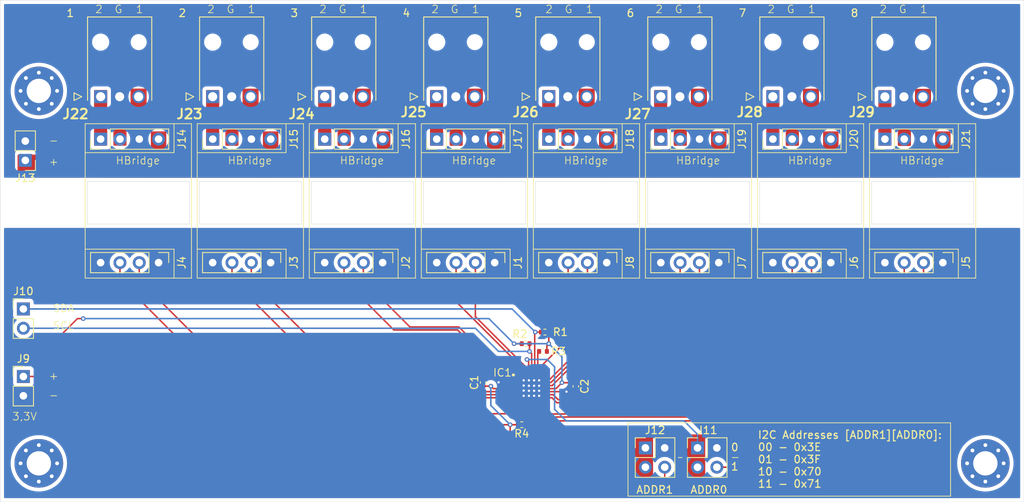
<source format=kicad_pcb>
(kicad_pcb (version 20240108) (generator "pcbnew") (generator_version "8.0")
  (title_block (title "Model Train Control - Main Board") (date "2024-03-17") (rev "2"))
  (layers (0 "F.Cu" signal) (31 "B.Cu" signal) (34 "B.Paste" user) (35 "F.Paste" user) (36 "B.SilkS" user "B.Silkscreen") (37 "F.SilkS" user "F.Silkscreen") (38 "B.Mask" user) (39 "F.Mask" user) (44 "Edge.Cuts" user))
  (net 0 "")
  (net 1 "INT")
  (net 2 "RESET")
  (net 3 "ADDR1")
  (net 4 "ADDR0")
  (net 5 "SDA")
  (net 6 "SCL")
  (net 7 "GNDD")
  (net 8 "IN1")
  (net 9 "IN2")
  (net 10 "IN7")
  (net 11 "VCC")
  (net 12 "IN15")
  (net 13 "IN16")
  (net 14 "IN5")
  (net 15 "IN6")
  (net 16 "IN4")
  (net 17 "IN12")
  (net 18 "IN3")
  (net 19 "IN9")
  (net 20 "IN13")
  (net 21 "IN10")
  (net 22 "IN8")
  (net 23 "IN14")
  (net 24 "IN11")
  (net 25 "PGND")
  (net 26 "PVM")
  (net 27 "OUT2")
  (net 28 "OUT1")
  (net 29 "OUT3")
  (net 30 "OUT4")
  (net 31 "OUT5")
  (net 32 "OUT6")
  (net 33 "OUT8")
  (net 34 "OUT7")
  (net 35 "OUT10")
  (net 36 "OUT9")
  (net 37 "OUT12")
  (net 38 "OUT11")
  (net 39 "OUT13")
  (net 40 "OUT14")
  (net 41 "OUT16")
  (net 42 "OUT15")
  (net 43 "OSCIO")
  (footprint "Connector_PinHeader_2.54mm:PinHeader_1x04_P2.54mm_Vertical" (layer "F.Cu") (at 160.528 70.104 -90)
    (property "Reference" "J7")
    (property "Value" "Conn_01x04" (hide yes))
  )
  (footprint "Capacitor_SMD:C_0402_1005Metric" (layer "F.Cu") (at 141.732 86.388 -90)
    (property "Reference" "C2")
    (property "Value" "0.1uF" (hide yes))
  )
  (footprint "Connector_PinHeader_2.54mm:PinHeader_1x04_P2.54mm_Vertical" (layer "F.Cu") (at 175.26 70.104 -90)
    (property "Reference" "J6")
    (property "Value" "Conn_01x04" (hide yes))
  )
  (footprint "Connector_PinHeader_2.54mm:PinHeader_1x04_P2.54mm_Vertical" (layer "F.Cu") (at 152.918 53.848 90)
    (property "Reference" "J19")
    (property "Value" "Conn_01x04" (hide yes))
  )
  (footprint "library:105313YY03" (layer "F.Cu") (at 123.444 48.26 180)
    (property "Reference" "J25")
    (property "Value" "1053131103" (hide yes))
  )
  (footprint "MountingHole:MountingHole_3.2mm_M3_Pad_Via" (layer "F.Cu") (at 71.12 47.498)
    (property "Reference" "H3" (hide yes))
    (property "Value" "MountingHole" (hide yes))
  )
  (footprint "Connector_PinHeader_2.54mm:PinHeader_1x04_P2.54mm_Vertical" (layer "F.Cu") (at 79.248 53.848 90)
    (property "Reference" "J14")
    (property "Value" "Conn_01x04" (hide yes))
  )
  (footprint "Connector_PinHeader_2.54mm:PinHeader_1x04_P2.54mm_Vertical" (layer "F.Cu") (at 167.64 53.848 90)
    (property "Reference" "J20")
    (property "Value" "Conn_01x04" (hide yes))
  )
  (footprint "library:105313YY03" (layer "F.Cu") (at 138.176 48.26 180)
    (property "Reference" "J26")
    (property "Value" "1053131103" (hide yes))
  )
  (footprint "Connector_PinHeader_2.54mm:PinHeader_2x02_P2.54mm_Vertical" (layer "F.Cu") (at 150.876 94.488)
    (property "Reference" "J12")
    (property "Value" "Conn_02x02_Odd_Even" (hide yes))
  )
  (footprint "Resistor_SMD:R_0402_1005Metric" (layer "F.Cu") (at 137.414 81.788)
    (property "Reference" "R3")
    (property "Value" "10k" (hide yes))
  )
  (footprint "Resistor_SMD:R_0402_1005Metric" (layer "F.Cu") (at 134.62 91.44 180)
    (property "Reference" "R4")
    (property "Value" "10k" (hide yes))
  )
  (footprint "library:105313YY03" (layer "F.Cu") (at 167.64 48.26 180)
    (property "Reference" "J28")
    (property "Value" "1053131103" (hide yes))
  )
  (footprint "Connector_PinHeader_2.54mm:PinHeader_1x02_P2.54mm_Vertical" (layer "F.Cu") (at 69.342 56.642 180)
    (property "Reference" "J13")
    (property "Value" "Conn_01x02" (hide yes))
  )
  (footprint "Connector_PinHeader_2.54mm:PinHeader_1x04_P2.54mm_Vertical" (layer "F.Cu") (at 86.868 70.104 -90)
    (property "Reference" "J4")
    (property "Value" "Conn_01x04" (hide yes))
  )
  (footprint "Connector_PinHeader_2.54mm:PinHeader_2x02_P2.54mm_Vertical" (layer "F.Cu") (at 157.734 94.488)
    (property "Reference" "J11")
    (property "Value" "Conn_02x02_Odd_Even" (hide yes))
  )
  (footprint "library:105313YY03" (layer "F.Cu") (at 93.98 48.26 180)
    (property "Reference" "J23")
    (property "Value" "1053131103" (hide yes))
  )
  (footprint "Capacitor_SMD:C_0402_1005Metric" (layer "F.Cu") (at 129.54 85.88 90)
    (property "Reference" "C1")
    (property "Value" "0.1uF" (hide yes))
  )
  (footprint "MountingHole:MountingHole_3.2mm_M3_Pad_Via" (layer "F.Cu") (at 195.58 96.52)
    (property "Reference" "H2" (hide yes))
    (property "Value" "MountingHole" (hide yes))
  )
  (footprint "library:105313YY03" (layer "F.Cu") (at 108.712 48.26 180)
    (property "Reference" "J24")
    (property "Value" "1053131103" (hide yes))
  )
  (footprint "Connector_PinHeader_2.54mm:PinHeader_1x04_P2.54mm_Vertical" (layer "F.Cu") (at 182.372 53.848 90)
    (property "Reference" "J21")
    (property "Value" "Conn_01x04" (hide yes))
  )
  (footprint "library:QFN40P400X400X60-29N-D" (layer "F.Cu") (at 135.922 86.684)
    (property "Reference" "IC1")
    (property "Value" "SX1509QBIULTRT" (hide yes))
  )
  (footprint "Connector_PinHeader_2.54mm:PinHeader_1x02_P2.54mm_Vertical" (layer "F.Cu") (at 69.088 76.2)
    (property "Reference" "J10")
    (property "Value" "Conn_01x02" (hide yes))
  )
  (footprint "Connector_PinHeader_2.54mm:PinHeader_1x04_P2.54mm_Vertical" (layer "F.Cu") (at 93.99 53.848 90)
    (property "Reference" "J15")
    (property "Value" "Conn_01x04" (hide yes))
  )
  (footprint "Connector_PinHeader_2.54mm:PinHeader_1x04_P2.54mm_Vertical" (layer "F.Cu") (at 123.444 53.848 90)
    (property "Reference" "J17")
    (property "Value" "Conn_01x04" (hide yes))
  )
  (footprint "Connector_PinHeader_2.54mm:PinHeader_1x04_P2.54mm_Vertical" (layer "F.Cu") (at 145.796 70.104 -90)
    (property "Reference" "J8")
    (property "Value" "Conn_01x04" (hide yes))
  )
  (footprint "Connector_PinHeader_2.54mm:PinHeader_1x04_P2.54mm_Vertical" (layer "F.Cu") (at 131.064 70.104 -90)
    (property "Reference" "J1")
    (property "Value" "Conn_01x04" (hide yes))
  )
  (footprint "library:105313YY03" (layer "F.Cu") (at 152.908 48.26 180)
    (property "Reference" "J27")
    (property "Value" "1053131103" (hide yes))
  )
  (footprint "Connector_PinHeader_2.54mm:PinHeader_1x02_P2.54mm_Vertical" (layer "F.Cu") (at 69.088 85.09)
    (property "Reference" "J9")
    (property "Value" "Conn_01x02" (hide yes))
  )
  (footprint "Connector_PinHeader_2.54mm:PinHeader_1x04_P2.54mm_Vertical" (layer "F.Cu") (at 101.6 70.104 -90)
    (property "Reference" "J3")
    (property "Value" "Conn_01x04" (hide yes))
  )
  (footprint "Connector_PinHeader_2.54mm:PinHeader_1x04_P2.54mm_Vertical" (layer "F.Cu") (at 138.186 53.848 90)
    (property "Reference" "J18")
    (property "Value" "Conn_01x04" (hide yes))
  )
  (footprint "library:105313YY03" (layer "F.Cu") (at 79.248 48.26 180)
    (property "Reference" "J22")
    (property "Value" "1053131103" (hide yes))
  )
  (footprint "Resistor_SMD:R_0402_1005Metric" (layer "F.Cu") (at 137.668 79.248)
    (property "Reference" "R1")
    (property "Value" "10k" (hide yes))
  )
  (footprint "library:105313YY03" (layer "F.Cu") (at 182.372 48.2794 180)
    (property "Reference" "J29")
    (property "Value" "1053131103" (hide yes))
  )
  (footprint "Connector_PinHeader_2.54mm:PinHeader_1x04_P2.54mm_Vertical" (layer "F.Cu") (at 108.712 53.848 90)
    (property "Reference" "J16")
    (property "Value" "Conn_01x04" (hide yes))
  )
  (footprint "Connector_PinHeader_2.54mm:PinHeader_1x04_P2.54mm_Vertical" (layer "F.Cu") (at 116.332 70.104 -90)
    (property "Reference" "J2")
    (property "Value" "Conn_01x04" (hide yes))
  )
  (footprint "MountingHole:MountingHole_3.2mm_M3_Pad_Via" (layer "F.Cu") (at 71.12 96.52)
    (property "Reference" "H1" (hide yes))
    (property "Value" "MountingHole" (hide yes))
  )
  (footprint "Connector_PinHeader_2.54mm:PinHeader_1x04_P2.54mm_Vertical" (layer "F.Cu") (at 189.992 70.104 -90)
    (property "Reference" "J5")
    (property "Value" "Conn_01x04" (hide yes))
  )
  (footprint "Resistor_SMD:R_0402_1005Metric" (layer "F.Cu") (at 135.128 80.772)
    (property "Reference" "R2")
    (property "Value" "10k" (hide yes))
  )
  (footprint "MountingHole:MountingHole_3.2mm_M3_Pad_Via" (layer "F.Cu") (at 195.58 47.498)
    (property "Reference" "H4" (hide yes))
    (property "Value" "MountingHole" (hide yes))
  )
  (gr_line (start 77.216 72.136) (end 91.186 72.136) (stroke (width 0.1)) (layer "F.SilkS"))
  (gr_line (start 133.096 68.326) (end 133.096 72.136) (stroke (width 0.1)) (layer "F.SilkS"))
  (gr_line (start 192.024 51.816) (end 192.024 55.626) (stroke (width 0.1)) (layer "F.SilkS"))
  (gr_line (start 135.382 72.136) (end 135.382 51.816) (stroke (width 0.1)) (layer "F.SilkS"))
  (gr_line (start 118.364 68.326) (end 118.364 72.136) (stroke (width 0.1)) (layer "F.SilkS"))
  (gr_line (start 164.846 51.816) (end 150.876 51.816) (stroke (width 0.1)) (layer "F.SilkS"))
  (gr_line (start 192.024 68.326) (end 180.34 68.326) (stroke (width 0.1)) (layer "F.SilkS"))
  (gr_line (start 91.948 72.136) (end 105.918 72.136) (stroke (width 0.1)) (layer "F.SilkS"))
  (gr_line (start 103.632 55.626) (end 91.948 55.626) (stroke (width 0.1)) (layer "F.SilkS"))
  (gr_line (start 165.608 72.136) (end 179.578 72.136) (stroke (width 0.1)) (layer "F.SilkS"))
  (gr_line (start 147.828 68.326) (end 147.828 72.136) (stroke (width 0.1)) (layer "F.SilkS"))
  (gr_line (start 194.31 51.816) (end 180.34 51.816) (stroke (width 0.1)) (layer "F.SilkS"))
  (gr_line (start 162.306 95.758) (end 163.068 95.758) (stroke (width 0.1)) (layer "F.SilkS"))
  (gr_line (start 162.56 68.326) (end 150.876 68.326) (stroke (width 0.1)) (layer "F.SilkS"))
  (gr_line (start 133.096 51.816) (end 133.096 55.626) (stroke (width 0.1)) (layer "F.SilkS"))
  (gr_line (start 103.632 68.326) (end 103.632 72.136) (stroke (width 0.1)) (layer "F.SilkS"))
  (gr_line (start 120.65 72.136) (end 120.65 51.816) (stroke (width 0.1)) (layer "F.SilkS"))
  (gr_line (start 147.828 51.816) (end 147.828 55.626) (stroke (width 0.1)) (layer "F.SilkS"))
  (gr_line (start 164.846 72.136) (end 164.846 51.816) (stroke (width 0.1)) (layer "F.SilkS"))
  (gr_line (start 136.144 72.136) (end 150.114 72.136) (stroke (width 0.1)) (layer "F.SilkS"))
  (gr_line (start 177.292 68.326) (end 177.292 72.136) (stroke (width 0.1)) (layer "F.SilkS"))
  (gr_line (start 155.194 95.758) (end 155.702 95.758) (stroke (width 0.1)) (layer "F.SilkS"))
  (gr_line (start 106.68 51.816) (end 106.68 72.136) (stroke (width 0.1)) (layer "F.SilkS"))
  (gr_line (start 192.024 68.326) (end 192.024 72.136) (stroke (width 0.1)) (layer "F.SilkS"))
  (gr_line (start 118.364 55.626) (end 106.68 55.626) (stroke (width 0.1)) (layer "F.SilkS"))
  (gr_line (start 162.56 55.626) (end 150.876 55.626) (stroke (width 0.1)) (layer "F.SilkS"))
  (gr_line (start 150.114 51.816) (end 136.144 51.816) (stroke (width 0.1)) (layer "F.SilkS"))
  (gr_line (start 150.114 72.136) (end 150.114 51.816) (stroke (width 0.1)) (layer "F.SilkS"))
  (gr_line (start 180.34 72.136) (end 194.31 72.136) (stroke (width 0.1)) (layer "F.SilkS"))
  (gr_line (start 103.632 68.326) (end 91.948 68.326) (stroke (width 0.1)) (layer "F.SilkS"))
  (gr_line (start 147.828 68.326) (end 136.144 68.326) (stroke (width 0.1)) (layer "F.SilkS"))
  (gr_line (start 88.9 68.326) (end 77.216 68.326) (stroke (width 0.1)) (layer "F.SilkS"))
  (gr_line (start 133.096 68.326) (end 121.412 68.326) (stroke (width 0.1)) (layer "F.SilkS"))
  (gr_line (start 177.292 68.326) (end 165.608 68.326) (stroke (width 0.1)) (layer "F.SilkS"))
  (gr_line (start 91.186 51.816) (end 77.216 51.816) (stroke (width 0.1)) (layer "F.SilkS"))
  (gr_line (start 135.382 51.816) (end 121.412 51.816) (stroke (width 0.1)) (layer "F.SilkS"))
  (gr_line (start 91.186 72.136) (end 91.186 51.816) (stroke (width 0.1)) (layer "F.SilkS"))
  (gr_line (start 88.9 68.326) (end 88.9 72.136) (stroke (width 0.1)) (layer "F.SilkS"))
  (gr_line (start 179.578 51.816) (end 165.608 51.816) (stroke (width 0.1)) (layer "F.SilkS"))
  (gr_line (start 194.31 72.136) (end 194.31 51.816) (stroke (width 0.1)) (layer "F.SilkS"))
  (gr_rect (start 148.59 91.186) (end 191.008 100.838) (stroke (width 0.1)) (fill none) (layer "F.SilkS"))
  (gr_line (start 177.292 51.816) (end 177.292 55.626) (stroke (width 0.1)) (layer "F.SilkS"))
  (gr_line (start 105.918 72.136) (end 105.918 51.816) (stroke (width 0.1)) (layer "F.SilkS"))
  (gr_line (start 121.412 51.816) (end 121.412 72.136) (stroke (width 0.1)) (layer "F.SilkS"))
  (gr_line (start 120.65 51.816) (end 106.68 51.816) (stroke (width 0.1)) (layer "F.SilkS"))
  (gr_line (start 133.096 55.626) (end 121.412 55.626) (stroke (width 0.1)) (layer "F.SilkS"))
  (gr_line (start 180.34 51.816) (end 180.34 72.136) (stroke (width 0.1)) (layer "F.SilkS"))
  (gr_line (start 88.9 55.626) (end 77.216 55.626) (stroke (width 0.1)) (layer "F.SilkS"))
  (gr_line (start 192.024 55.626) (end 180.34 55.626) (stroke (width 0.1)) (layer "F.SilkS"))
  (gr_line (start 147.828 55.626) (end 136.144 55.626) (stroke (width 0.1)) (layer "F.SilkS"))
  (gr_line (start 91.948 51.816) (end 91.948 72.136) (stroke (width 0.1)) (layer "F.SilkS"))
  (gr_line (start 103.632 51.816) (end 103.632 55.626) (stroke (width 0.1)) (layer "F.SilkS"))
  (gr_line (start 150.876 51.816) (end 150.876 72.136) (stroke (width 0.1)) (layer "F.SilkS"))
  (gr_line (start 136.144 51.816) (end 136.144 72.136) (stroke (width 0.1)) (layer "F.SilkS"))
  (gr_line (start 106.68 72.136) (end 120.65 72.136) (stroke (width 0.1)) (layer "F.SilkS"))
  (gr_line (start 162.56 51.816) (end 162.56 55.626) (stroke (width 0.1)) (layer "F.SilkS"))
  (gr_line (start 118.364 68.326) (end 106.68 68.326) (stroke (width 0.1)) (layer "F.SilkS"))
  (gr_line (start 165.608 51.816) (end 165.608 72.136) (stroke (width 0.1)) (layer "F.SilkS"))
  (gr_line (start 105.918 51.816) (end 91.948 51.816) (stroke (width 0.1)) (layer "F.SilkS"))
  (gr_line (start 77.216 51.816) (end 77.216 72.136) (stroke (width 0.1)) (layer "F.SilkS"))
  (gr_line (start 150.876 72.136) (end 164.846 72.136) (stroke (width 0.1)) (layer "F.SilkS"))
  (gr_line (start 162.56 68.326) (end 162.56 72.136) (stroke (width 0.1)) (layer "F.SilkS"))
  (gr_line (start 88.9 51.816) (end 88.9 55.626) (stroke (width 0.1)) (layer "F.SilkS"))
  (gr_line (start 121.412 72.136) (end 135.382 72.136) (stroke (width 0.1)) (layer "F.SilkS"))
  (gr_line (start 179.578 72.136) (end 179.578 51.816) (stroke (width 0.1)) (layer "F.SilkS"))
  (gr_line (start 177.292 55.626) (end 165.608 55.626) (stroke (width 0.1)) (layer "F.SilkS"))
  (gr_line (start 118.364 51.816) (end 118.364 55.626) (stroke (width 0.1)) (layer "F.SilkS"))
  (gr_line (start 106.9594 59.436) (end 106.9594 65.024) (stroke (width 0.05)) (layer "Edge.Cuts"))
  (gr_line (start 180.6194 59.436) (end 180.6194 65.024) (stroke (width 0.05)) (layer "Edge.Cuts"))
  (gr_line (start 165.8874 59.436) (end 165.8874 65.024) (stroke (width 0.05)) (layer "Edge.Cuts"))
  (gr_line (start 165.8874 65.024) (end 179.324 65.024) (stroke (width 0.05)) (layer "Edge.Cuts"))
  (gr_line (start 90.932 65.024) (end 90.932 59.436) (stroke (width 0.05)) (layer "Edge.Cuts"))
  (gr_line (start 77.4954 65.024) (end 90.932 65.024) (stroke (width 0.05)) (layer "Edge.Cuts"))
  (gr_line (start 135.128 59.436) (end 121.6914 59.436) (stroke (width 0.05)) (layer "Edge.Cuts"))
  (gr_line (start 164.592 59.436) (end 151.1554 59.436) (stroke (width 0.05)) (layer "Edge.Cuts"))
  (gr_line (start 105.664 59.436) (end 92.2274 59.436) (stroke (width 0.05)) (layer "Edge.Cuts"))
  (gr_line (start 66.04 101.6) (end 200.66 101.6) (stroke (width 0.05)) (layer "Edge.Cuts"))
  (gr_line (start 106.9594 65.024) (end 120.396 65.024) (stroke (width 0.05)) (layer "Edge.Cuts"))
  (gr_line (start 92.2274 65.024) (end 105.664 65.024) (stroke (width 0.05)) (layer "Edge.Cuts"))
  (gr_line (start 200.66 101.6) (end 200.66 35.56) (stroke (width 0.05)) (layer "Edge.Cuts"))
  (gr_line (start 179.324 59.436) (end 165.8874 59.436) (stroke (width 0.05)) (layer "Edge.Cuts"))
  (gr_line (start 90.932 59.436) (end 77.4954 59.436) (stroke (width 0.05)) (layer "Edge.Cuts"))
  (gr_line (start 151.1554 65.024) (end 164.592 65.024) (stroke (width 0.05)) (layer "Edge.Cuts"))
  (gr_line (start 105.664 65.024) (end 105.664 59.436) (stroke (width 0.05)) (layer "Edge.Cuts"))
  (gr_line (start 151.1554 59.436) (end 151.1554 65.024) (stroke (width 0.05)) (layer "Edge.Cuts"))
  (gr_line (start 136.4234 65.024) (end 149.86 65.024) (stroke (width 0.05)) (layer "Edge.Cuts"))
  (gr_line (start 136.4234 59.436) (end 136.4234 65.024) (stroke (width 0.05)) (layer "Edge.Cuts"))
  (gr_line (start 149.86 65.024) (end 149.86 59.436) (stroke (width 0.05)) (layer "Edge.Cuts"))
  (gr_line (start 194.056 65.024) (end 194.056 59.436) (stroke (width 0.05)) (layer "Edge.Cuts"))
  (gr_line (start 135.128 65.024) (end 135.128 59.436) (stroke (width 0.05)) (layer "Edge.Cuts"))
  (gr_line (start 77.4954 59.436) (end 77.4954 65.024) (stroke (width 0.05)) (layer "Edge.Cuts"))
  (gr_line (start 120.396 65.024) (end 120.396 59.436) (stroke (width 0.05)) (layer "Edge.Cuts"))
  (gr_line (start 194.056 59.436) (end 180.6194 59.436) (stroke (width 0.05)) (layer "Edge.Cuts"))
  (gr_line (start 149.86 59.436) (end 136.4234 59.436) (stroke (width 0.05)) (layer "Edge.Cuts"))
  (gr_line (start 179.324 65.024) (end 179.324 59.436) (stroke (width 0.05)) (layer "Edge.Cuts"))
  (gr_line (start 66.04 35.56) (end 66.04 101.6) (stroke (width 0.05)) (layer "Edge.Cuts"))
  (gr_line (start 180.6194 65.024) (end 194.056 65.024) (stroke (width 0.05)) (layer "Edge.Cuts"))
  (gr_line (start 164.592 65.024) (end 164.592 59.436) (stroke (width 0.05)) (layer "Edge.Cuts"))
  (gr_line (start 121.6914 65.024) (end 135.128 65.024) (stroke (width 0.05)) (layer "Edge.Cuts"))
  (gr_line (start 200.66 35.56) (end 66.04 35.56) (stroke (width 0.05)) (layer "Edge.Cuts"))
  (gr_line (start 121.6914 59.436) (end 121.6914 65.024) (stroke (width 0.05)) (layer "Edge.Cuts"))
  (gr_line (start 120.396 59.436) (end 106.9594 59.436) (stroke (width 0.05)) (layer "Edge.Cuts"))
  (gr_line (start 92.2274 59.436) (end 92.2274 65.024) (stroke (width 0.05)) (layer "Edge.Cuts"))
  (gr_text "1" (at 113.284 37.338 0) (layer "F.SilkS") (effects (font (size 1 1) (thickness 0.1)) (justify left bottom)))
  (gr_text "HBridge" (at 169.5704 57.2516 0) (layer "F.SilkS") (effects (font (size 1 1) (thickness 0.1)) (justify left bottom)))
  (gr_text "HBridge" (at 95.9104 57.2516 0) (layer "F.SilkS") (effects (font (size 1 1) (thickness 0.1)) (justify left bottom)))
  (gr_text "1" (at 186.944 37.338 0) (layer "F.SilkS") (effects (font (size 1 1) (thickness 0.1)) (justify left bottom)))
  (gr_text "3" (at 104.14 37.846 0) (layer "F.SilkS") (effects (font (size 1 1)) (justify left bottom)))
  (gr_text "HBridge" (at 184.3024 57.2516 0) (layer "F.SilkS") (effects (font (size 1 1) (thickness 0.1)) (justify left bottom)))
  (gr_text "HBridge" (at 154.8384 57.2516 0) (layer "F.SilkS") (effects (font (size 1 1) (thickness 0.1)) (justify left bottom)))
  (gr_text "6" (at 148.336 37.846 0) (layer "F.SilkS") (effects (font (size 1 1)) (justify left bottom)))
  (gr_text "+" (at 72.39 57.404 0) (layer "F.SilkS") (effects (font (size 1 1) (thickness 0.1)) (justify left bottom)))
  (gr_text "7" (at 163.068 37.846 0) (layer "F.SilkS") (effects (font (size 1 1)) (justify left bottom)))
  (gr_text "HBridge" (at 125.3744 57.2516 0) (layer "F.SilkS") (effects (font (size 1 1) (thickness 0.1)) (justify left bottom)))
  (gr_text "HBridge" (at 140.1064 57.2516 0) (layer "F.SilkS") (effects (font (size 1 1) (thickness 0.1)) (justify left bottom)))
  (gr_text "2" (at 107.95 37.338 0) (layer "F.SilkS") (effects (font (size 1 1) (thickness 0.1)) (justify left bottom)))
  (gr_text "G" (at 184.15 37.338 0) (layer "F.SilkS") (effects (font (size 1 1) (thickness 0.1)) (justify left bottom)))
  (gr_text "G" (at 95.758 37.338 0) (layer "F.SilkS") (effects (font (size 1 1) (thickness 0.1)) (justify left bottom)))
  (gr_text "3,3V" (at 67.564 90.937 0) (layer "F.SilkS") (effects (font (size 1 1) (thickness 0.1)) (justify left bottom)))
  (gr_text "+" (at 72.39 85.598 0) (layer "F.SilkS") (effects (font (size 1 1) (thickness 0.1)) (justify left bottom)))
  (gr_text "HBridge" (at 81.1784 57.2516 0) (layer "F.SilkS") (effects (font (size 1 1) (thickness 0.1)) (justify left bottom)))
  (gr_text "1" (at 143.002 37.338 0) (layer "F.SilkS") (effects (font (size 1 1) (thickness 0.1)) (justify left bottom)))
  (gr_text "2" (at 122.682 37.338 0) (layer "F.SilkS") (effects (font (size 1 1) (thickness 0.1)) (justify left bottom)))
  (gr_text "1" (at 83.82 37.338 0) (layer "F.SilkS") (effects (font (size 1 1) (thickness 0.1)) (justify left bottom)))
  (gr_text "2" (at 78.486 37.338 0) (layer "F.SilkS") (effects (font (size 1 1) (thickness 0.1)) (justify left bottom)))
  (gr_text "0" (at 162.052 94.996 0) (layer "F.SilkS") (effects (font (size 1 1)) (justify left bottom)))
  (gr_text "2" (at 152.146 37.338 0) (layer "F.SilkS") (effects (font (size 1 1) (thickness 0.1)) (justify left bottom)))
  (gr_text "ADDR1" (at 149.606 100.584 0) (layer "F.SilkS") (effects (font (size 1 1)) (justify left bottom)))
  (gr_text "2" (at 89.408 37.846 0) (layer "F.SilkS") (effects (font (size 1 1)) (justify left bottom)))
  (gr_text "1" (at 128.016 37.338 0) (layer "F.SilkS") (effects (font (size 1 1) (thickness 0.1)) (justify left bottom)))
  (gr_text "G" (at 169.418 37.338 0) (layer "F.SilkS") (effects (font (size 1 1) (thickness 0.1)) (justify left bottom)))
  (gr_text "G" (at 125.222 37.338 0) (layer "F.SilkS") (effects (font (size 1 1) (thickness 0.1)) (justify left bottom)))
  (gr_text "G" (at 110.49 37.338 0) (layer "F.SilkS") (effects (font (size 1 1) (thickness 0.1)) (justify left bottom)))
  (gr_text "1" (at 157.48 37.338 0) (layer "F.SilkS") (effects (font (size 1 1) (thickness 0.1)) (justify left bottom)))
  (gr_text "2" (at 137.668 37.338 0) (layer "F.SilkS") (effects (font (size 1 1) (thickness 0.1)) (justify left bottom)))
  (gr_text "G" (at 81.026 37.338 0) (layer "F.SilkS") (effects (font (size 1 1) (thickness 0.1)) (justify left bottom)))
  (gr_text "5" (at 133.604 37.846 0) (layer "F.SilkS") (effects (font (size 1 1)) (justify left bottom)))
  (gr_text "-" (at 72.39 88.138 0) (layer "F.SilkS") (effects (font (size 1 1) (thickness 0.1)) (justify left bottom)))
  (gr_text "-" (at 72.39 54.61 0) (layer "F.SilkS") (effects (font (size 1 1) (thickness 0.1)) (justify left bottom)))
  (gr_text "1" (at 162.052 97.536 0) (layer "F.SilkS") (effects (font (size 1 1)) (justify left bottom)))
  (gr_text "2" (at 93.218 37.338 0) (layer "F.SilkS") (effects (font (size 1 1) (thickness 0.1)) (justify left bottom)))
  (gr_text "2" (at 166.878 37.338 0) (layer "F.SilkS") (effects (font (size 1 1) (thickness 0.1)) (justify left bottom)))
  (gr_text "ADDR0" (at 156.718 100.584 0) (layer "F.SilkS") (effects (font (size 1 1)) (justify left bottom)))
  (gr_text "1" (at 98.552 37.338 0) (layer "F.SilkS") (effects (font (size 1 1) (thickness 0.1)) (justify left bottom)))
  (gr_text "1" (at 172.212 37.338 0) (layer "F.SilkS") (effects (font (size 1 1) (thickness 0.1)) (justify left bottom)))
  (gr_text "HBridge" (at 110.6424 57.2516 0) (layer "F.SilkS") (effects (font (size 1 1) (thickness 0.1)) (justify left bottom)))
  (gr_text "G" (at 140.208 37.338 0) (layer "F.SilkS") (effects (font (size 1 1) (thickness 0.1)) (justify left bottom)))
  (gr_text "G" (at 154.686 37.338 0) (layer "F.SilkS") (effects (font (size 1 1) (thickness 0.1)) (justify left bottom)))
  (gr_text "2" (at 181.61 37.338 0) (layer "F.SilkS") (effects (font (size 1 1) (thickness 0.1)) (justify left bottom)))
  (gr_text "8" (at 177.8 37.846 0) (layer "F.SilkS") (effects (font (size 1 1)) (justify left bottom)))
  (gr_text "SDA" (at 72.898 76.708 0) (layer "F.SilkS") (effects (font (size 1 1) (thickness 0.1)) (justify left bottom)))
  (gr_text "SCL" (at 72.898 78.994 0) (layer "F.SilkS") (effects (font (size 1 1) (thickness 0.1)) (justify left bottom)))
  (gr_text "4" (at 118.872 37.846 0) (layer "F.SilkS") (effects (font (size 1 1)) (justify left bottom)))
  (gr_text "1" (at 74.676 37.846 0) (layer "F.SilkS") (effects (font (size 1 1)) (justify left bottom)))
  (gr_text_box "I2C Addresses [ADDR1][ADDR0]:\n00 - 0x3E\n01 - 0x3F\n10 - 0x70\n11 - 0x71" (start 164.846 91.44) (end 190.754 100.076) (layer "F.SilkS") (effects (font (size 1 1)) (justify left top)) (border no))
  (segment (start 135.122 88.684) (end 135.122 91.432) (width 0.2) (layer "F.Cu") (net 1))
  (segment (start 135.122 91.432) (end 135.13 91.44) (width 0.2) (layer "F.Cu") (net 1))
  (segment (start 136.904 81.788) (end 136.722 81.97) (width 0.2) (layer "F.Cu") (net 2))
  (segment (start 136.722 81.97) (end 136.722 84.684) (width 0.2) (layer "F.Cu") (net 2))
  (segment (start 139.116924 94.488) (end 150.876 94.488) (width 0.2) (layer "F.Cu") (net 3))
  (segment (start 135.522 90.893076) (end 139.116924 94.488) (width 0.2) (layer "F.Cu") (net 3))
  (segment (start 150.876 94.488) (end 150.876 97.028) (width 0.2) (layer "F.Cu") (net 3))
  (segment (start 135.522 88.684) (end 135.522 90.893076) (width 0.2) (layer "F.Cu") (net 3))
  (segment (start 150.876 93.801076) (end 150.876 94.488) (width 0.2) (layer "F.Cu") (net 3))
  (segment (start 135.3058 82.8548) (end 135.522 83.071) (width 0.2) (layer "F.Cu") (net 4))
  (segment (start 135.522 83.071) (end 135.522 84.684) (width 0.2) (layer "F.Cu") (net 4))
  (segment (start 157.734 94.488) (end 157.734 97.028) (width 0.2) (layer "F.Cu") (net 4))
  (via (at 135.3058 82.8548) (size 0.6) (drill 0.3) (layers "F.Cu" "B.Cu") (net 4))
  (segment (start 155.956 90.932) (end 157.734 92.71) (width 0.2) (layer "B.Cu") (net 4))
  (segment (start 140.462 90.932) (end 155.956 90.932) (width 0.2) (layer "B.Cu") (net 4))
  (segment (start 137.9728 82.8548) (end 138.938 83.82) (width 0.2) (layer "B.Cu") (net 4))
  (segment (start 138.938 83.82) (end 138.938 89.408) (width 0.2) (layer "B.Cu") (net 4))
  (segment (start 157.734 92.71) (end 157.734 94.488) (width 0.2) (layer "B.Cu") (net 4))
  (segment (start 138.938 89.408) (end 140.462 90.932) (width 0.2) (layer "B.Cu") (net 4))
  (segment (start 135.3058 82.8548) (end 137.9728 82.8548) (width 0.2) (layer "B.Cu") (net 4))
  (segment (start 136.398 79.248) (end 136.322 79.324) (width 0.2) (layer "F.Cu") (net 5))
  (segment (start 136.322 79.324) (end 136.322 84.684) (width 0.2) (layer "F.Cu") (net 5))
  (segment (start 137.158 79.248) (end 136.398 79.248) (width 0.2) (layer "F.Cu") (net 5))
  (via (at 136.398 79.248) (size 0.6) (drill 0.3) (layers "F.Cu" "B.Cu") (net 5))
  (segment (start 133.35 76.2) (end 69.088 76.2) (width 0.2) (layer "B.Cu") (net 5))
  (segment (start 136.398 79.248) (end 133.35 76.2) (width 0.2) (layer "B.Cu") (net 5))
  (segment (start 135.638 81.786) (end 135.636 81.788) (width 0.2) (layer "F.Cu") (net 6))
  (segment (start 135.636 81.788) (end 135.922 82.074) (width 0.2) (layer "F.Cu") (net 6))
  (segment (start 135.922 82.074) (end 135.922 84.684) (width 0.2) (layer "F.Cu") (net 6))
  (segment (start 135.638 80.772) (end 135.638 81.786) (width 0.2) (layer "F.Cu") (net 6))
  (via (at 135.636 81.788) (size 0.6) (drill 0.3) (layers "F.Cu" "B.Cu") (net 6))
  (segment (start 131.572 81.788) (end 128.524 78.74) (width 0.2) (layer "B.Cu") (net 6))
  (segment (start 128.524 78.74) (end 69.088 78.74) (width 0.2) (layer "B.Cu") (net 6))
  (segment (start 135.636 81.788) (end 131.572 81.788) (width 0.2) (layer "B.Cu") (net 6))
  (segment (start 129.54 85.4) (end 131.12 85.4) (width 0.2) (layer "F.Cu") (net 7))
  (segment (start 132.004 86.284) (end 133.922 86.284) (width 0.2) (layer "F.Cu") (net 7))
  (segment (start 131.572 85.852) (end 132.004 86.284) (width 0.2) (layer "F.Cu") (net 7))
  (segment (start 140.5 87.084) (end 140.716 86.868) (width 0.2) (layer "F.Cu") (net 7))
  (segment (start 131.12 85.4) (end 131.572 85.852) (width 0.2) (layer "F.Cu") (net 7))
  (segment (start 140.5 87.084) (end 137.922 87.084) (width 0.2) (layer "F.Cu") (net 7))
  (segment (start 140.716 86.868) (end 141.732 86.868) (width 0.2) (layer "F.Cu") (net 7))
  (via (at 136.2456 87.63) (size 0.6) (drill 0.3) (layers "F.Cu" "B.Cu") (net 7))
  (via (at 135.5598 87.63) (size 0.6) (drill 0.3) (layers "F.Cu" "B.Cu") (net 7))
  (via (at 136.906 86.3092) (size 0.6) (drill 0.3) (layers "F.Cu" "B.Cu") (net 7))
  (via (at 136.906 87.63) (size 0.6) (drill 0.3) (layers "F.Cu" "B.Cu") (net 7))
  (via (at 134.874 85.598) (size 0.6) (drill 0.3) (layers "F.Cu" "B.Cu") (net 7))
  (via (at 134.874 87.63) (size 0.6) (drill 0.3) (layers "F.Cu" "B.Cu") (net 7))
  (via (at 134.874 86.2838) (size 0.6) (drill 0.3) (layers "F.Cu" "B.Cu") (net 7))
  (via (at 136.2456 86.9696) (size 0.6) (drill 0.3) (layers "F.Cu" "B.Cu") (net 7))
  (via (at 131.572 85.852) (size 0.6) (drill 0.3) (layers "F.Cu" "B.Cu") (net 7))
  (via (at 136.906 85.598) (size 0.6) (drill 0.3) (layers "F.Cu" "B.Cu") (net 7))
  (via (at 136.2456 85.598) (size 0.6) (drill 0.3) (layers "F.Cu" "B.Cu") (net 7))
  (via (at 140.5 87.084) (size 0.6) (drill 0.3) (layers "F.Cu" "B.Cu") (net 7))
  (via (at 135.5598 86.9696) (size 0.6) (drill 0.3) (layers "F.Cu" "B.Cu") (net 7))
  (via (at 136.906 86.9696) (size 0.6) (drill 0.3) (layers "F.Cu" "B.Cu") (net 7))
  (via (at 136.2456 86.3092) (size 0.6) (drill 0.3) (layers "F.Cu" "B.Cu") (net 7))
  (via (at 135.5598 86.3092) (size 0.6) (drill 0.3) (layers "F.Cu" "B.Cu") (net 7))
  (via (at 135.5598 85.598) (size 0.6) (drill 0.3) (layers "F.Cu" "B.Cu") (net 7))
  (via (at 134.874 86.9442) (size 0.6) (drill 0.3) (layers "F.Cu" "B.Cu") (net 7))
  (segment (start 135.122 83.807114) (end 128.524 77.209114) (width 0.2) (layer "F.Cu") (net 8))
  (segment (start 135.122 84.684) (end 135.122 83.807114) (width 0.2) (layer "F.Cu") (net 8))
  (segment (start 128.524 77.209114) (end 128.524 70.104) (width 0.2) (layer "F.Cu") (net 8))
  (segment (start 134.722 84.684) (end 134.722 83.9728) (width 0.2) (layer "F.Cu") (net 9))
  (segment (start 134.722 83.9728) (end 125.984 75.2348) (width 0.2) (layer "F.Cu") (net 9))
  (segment (start 125.984 75.2348) (end 125.984 70.104) (width 0.2) (layer "F.Cu") (net 9))
  (segment (start 84.328 72.39) (end 99.822 87.884) (width 0.2) (layer "F.Cu") (net 10))
  (segment (start 99.822 87.884) (end 134.0358 87.884) (width 0.2) (layer "F.Cu") (net 10))
  (segment (start 84.328 70.104) (end 84.328 72.39) (width 0.2) (layer "F.Cu") (net 10))
  (segment (start 139.9032 85.9028) (end 139.122 86.684) (width 0.2) (layer "F.Cu") (net 11))
  (segment (start 73.66 80.01) (end 76.2 77.47) (width 0.2) (layer "F.Cu") (net 11))
  (segment (start 139.122 86.684) (end 137.922 86.684) (width 0.2) (layer "F.Cu") (net 11))
  (segment (start 73.406 85.09) (end 69.088 85.09) (width 0.2) (layer "F.Cu") (net 11))
  (segment (start 138.176 80.772) (end 138.176 79.25) (width 0.2) (layer "F.Cu") (net 11))
  (segment (start 137.924 81.024) (end 137.924 81.788) (width 0.2) (layer "F.Cu") (net 11))
  (segment (start 153.416 97.028) (end 153.416 99.314) (width 0.2) (layer "F.Cu") (net 11))
  (segment (start 80.01 91.44) (end 73.66 85.09) (width 0.2) (layer "F.Cu") (net 11))
  (segment (start 162.56 99.314) (end 163.068 98.806) (width 0.2) (layer "F.Cu") (net 11))
  (segment (start 133.096 91.44) (end 134.11 91.44) (width 0.2) (layer "F.Cu") (net 11))
  (segment (start 139.9032 85.9028) (end 139.9084 85.908) (width 0.2) (layer "F.Cu") (net 11))
  (segment (start 163.068 93.218) (end 160.782 90.932) (width 0.2) (layer "F.Cu") (net 11))
  (segment (start 163.068 97.028) (end 160.274 97.028) (width 0.2) (layer "F.Cu") (net 11))
  (segment (start 134.874 99.314) (end 133.096 97.536) (width 0.2) (layer "F.Cu") (net 11))
  (segment (start 133.096 91.44) (end 80.01 91.44) (width 0.2) (layer "F.Cu") (net 11))
  (segment (start 73.66 85.09) (end 73.406 85.09) (width 0.2) (layer "F.Cu") (net 11))
  (segment (start 76.2 77.47) (end 76.962 77.47) (width 0.2) (layer "F.Cu") (net 11))
  (segment (start 154.178 99.314) (end 134.874 99.314) (width 0.2) (layer "F.Cu") (net 11))
  (segment (start 153.924 99.314) (end 162.56 99.314) (width 0.2) (layer "F.Cu") (net 11))
  (segment (start 130.88 86.684) (end 133.922 86.684) (width 0.2) (layer "F.Cu") (net 11))
  (segment (start 138.176 79.25) (end 138.178 79.248) (width 0.2) (layer "F.Cu") (net 11))
  (segment (start 130.556 86.36) (end 130.88 86.684) (width 0.2) (layer "F.Cu") (net 11))
  (segment (start 163.068 98.806) (end 163.068 93.218) (width 0.2) (layer "F.Cu") (net 11))
  (segment (start 139.9084 85.908) (end 141.732 85.908) (width 0.2) (layer "F.Cu") (net 11))
  (segment (start 133.096 97.536) (end 133.096 91.44) (width 0.2) (layer "F.Cu") (net 11))
  (segment (start 137.628828 90.932) (end 136.322 89.625172) (width 0.2) (layer "F.Cu") (net 11))
  (segment (start 160.782 90.932) (end 137.628828 90.932) (width 0.2) (layer "F.Cu") (net 11))
  (segment (start 136.322 89.625172) (end 136.322 88.684) (width 0.2) (layer "F.Cu") (net 11))
  (segment (start 73.66 85.09) (end 73.66 80.01) (width 0.2) (layer "F.Cu") (net 11))
  (segment (start 133.604 80.772) (end 134.618 80.772) (width 0.2) (layer "F.Cu") (net 11))
  (segment (start 138.176 80.772) (end 137.924 81.024) (width 0.2) (layer "F.Cu") (net 11))
  (segment (start 130.556 86.36) (end 129.54 86.36) (width 0.2) (layer "F.Cu") (net 11))
  (via (at 138.176 80.772) (size 0.6) (drill 0.3) (layers "F.Cu" "B.Cu") (net 11))
  (via (at 133.604 80.772) (size 0.6) (drill 0.3) (layers "F.Cu" "B.Cu") (net 11))
  (via (at 133.096 91.44) (size 0.6) (drill 0.3) (layers "F.Cu" "B.Cu") (net 11))
  (via (at 130.556 86.36) (size 0.6) (drill 0.3) (layers "F.Cu" "B.Cu") (net 11))
  (via (at 76.962 77.47) (size 0.6) (drill 0.3) (layers "F.Cu" "B.Cu") (net 11))
  (via (at 139.9032 85.9028) (size 0.6) (drill 0.3) (layers "F.Cu" "B.Cu") (net 11))
  (segment (start 130.556 88.9) (end 133.096 91.44) (width 0.2) (layer "B.Cu") (net 11))
  (segment (start 76.962 77.47) (end 130.302 77.47) (width 0.2) (layer "B.Cu") (net 11))
  (segment (start 139.9032 82.4992) (end 139.9032 85.9028) (width 0.2) (layer "B.Cu") (net 11))
  (segment (start 130.302 77.47) (end 133.604 80.772) (width 0.2) (layer "B.Cu") (net 11))
  (segment (start 130.556 86.36) (end 130.556 88.9) (width 0.2) (layer "B.Cu") (net 11))
  (segment (start 138.176 80.772) (end 133.604 80.772) (width 0.2) (layer "B.Cu") (net 11))
  (segment (start 138.176 80.772) (end 139.9032 82.4992) (width 0.2) (layer "B.Cu") (net 11))
  (segment (start 137.922 85.484) (end 138.283114 85.484) (width 0.2) (layer "F.Cu") (net 12))
  (segment (start 143.256 80.511114) (end 143.256 70.104) (width 0.2) (layer "F.Cu") (net 12))
  (segment (start 138.283114 85.484) (end 143.256 80.511114) (width 0.2) (layer "F.Cu") (net 12))
  (segment (start 137.122 84.684) (end 137.122 83.7818) (width 0.2) (layer "F.Cu") (net 13))
  (segment (start 140.716 80.1878) (end 140.716 70.104) (width 0.2) (layer "F.Cu") (net 13))
  (segment (start 137.122 83.7818) (end 140.716 80.1878) (width 0.2) (layer "F.Cu") (net 13))
  (segment (start 133.922 87.084) (end 113.7794 87.084) (width 0.2) (layer "F.Cu") (net 14))
  (segment (start 113.7794 87.084) (end 99.06 72.3646) (width 0.2) (layer "F.Cu") (net 14))
  (segment (start 99.06 72.3646) (end 99.06 70.104) (width 0.2) (layer "F.Cu") (net 14))
  (segment (start 96.52 72.3646) (end 96.52 70.104) (width 0.2) (layer "F.Cu") (net 15))
  (segment (start 133.922 87.484) (end 111.6394 87.484) (width 0.2) (layer "F.Cu") (net 15))
  (segment (start 111.6394 87.484) (end 96.52 72.3646) (width 0.2) (layer "F.Cu") (net 15))
  (segment (start 133.922 85.884) (end 133.095714 85.884) (width 0.2) (layer "F.Cu") (net 16))
  (segment (start 111.252 72.4154) (end 111.252 70.104) (width 0.2) (layer "F.Cu") (net 16))
  (segment (start 126.180314 78.9686) (end 117.8052 78.9686) (width 0.2) (layer "F.Cu") (net 16))
  (segment (start 133.095714 85.884) (end 126.180314 78.9686) (width 0.2) (layer "F.Cu") (net 16))
  (segment (start 117.8052 78.9686) (end 111.252 72.4154) (width 0.2) (layer "F.Cu") (net 16))
  (segment (start 139.402086 88.138) (end 154.432 88.138) (width 0.2) (layer "F.Cu") (net 17))
  (segment (start 137.922 87.484) (end 138.748086 87.484) (width 0.2) (layer "F.Cu") (net 17))
  (segment (start 154.432 88.138) (end 170.18 72.39) (width 0.2) (layer "F.Cu") (net 17))
  (segment (start 170.18 72.39) (end 170.18 70.104) (width 0.2) (layer "F.Cu") (net 17))
  (segment (start 138.748086 87.484) (end 139.402086 88.138) (width 0.2) (layer "F.Cu") (net 17))
  (segment (start 133.922 85.484) (end 133.2614 85.484) (width 0.2) (layer "F.Cu") (net 18))
  (segment (start 119.9198 78.5686) (end 113.792 72.4408) (width 0.2) (layer "F.Cu") (net 18))
  (segment (start 133.2614 85.484) (end 126.345999 78.5686) (width 0.2) (layer "F.Cu") (net 18))
  (segment (start 126.345999 78.5686) (end 119.9198 78.5686) (width 0.2) (layer "F.Cu") (net 18))
  (segment (start 113.792 72.4408) (end 113.792 70.104) (width 0.2) (layer "F.Cu") (net 18))
  (segment (start 136.722 89.459486) (end 137.686515 90.424) (width 0.2) (layer "F.Cu") (net 19))
  (segment (start 187.452 72.4408) (end 187.452 70.104) (width 0.2) (layer "F.Cu") (net 19))
  (segment (start 137.686515 90.424) (end 169.4688 90.424) (width 0.2) (layer "F.Cu") (net 19))
  (segment (start 136.722 88.684) (end 136.722 89.459486) (width 0.2) (layer "F.Cu") (net 19))
  (segment (start 169.4688 90.424) (end 187.452 72.4408) (width 0.2) (layer "F.Cu") (net 19))
  (segment (start 157.988 72.3138) (end 157.988 70.104) (width 0.2) (layer "F.Cu") (net 20))
  (segment (start 138.622 86.276486) (end 151.136886 73.7616) (width 0.2) (layer "F.Cu") (net 20))
  (segment (start 138.622 86.284) (end 138.622 86.276486) (width 0.2) (layer "F.Cu") (net 20))
  (segment (start 137.922 86.284) (end 138.622 86.284) (width 0.2) (layer "F.Cu") (net 20))
  (segment (start 151.136886 73.7616) (end 156.5402 73.7616) (width 0.2) (layer "F.Cu") (net 20))
  (segment (start 156.5402 73.7616) (end 157.988 72.3138) (width 0.2) (layer "F.Cu") (net 20))
  (segment (start 137.122 88.684) (end 137.122 89.2938) (width 0.2) (layer "F.Cu") (net 21))
  (segment (start 137.122 89.2938) (end 137.8522 90.024) (width 0.2) (layer "F.Cu") (net 21))
  (segment (start 167.2526 90.024) (end 184.912 72.3646) (width 0.2) (layer "F.Cu") (net 21))
  (segment (start 184.912 72.3646) (end 184.912 70.104) (width 0.2) (layer "F.Cu") (net 21))
  (segment (start 137.8522 90.024) (end 167.2526 90.024) (width 0.2) (layer "F.Cu") (net 21))
  (segment (start 134.722 88.684) (end 134.722 89.3568) (width 0.2) (layer "F.Cu") (net 22))
  (segment (start 81.788 72.4154) (end 81.788 70.104) (width 0.2) (layer "F.Cu") (net 22))
  (segment (start 99.3648 89.9922) (end 81.788 72.4154) (width 0.2) (layer "F.Cu") (net 22))
  (segment (start 134.0866 89.9922) (end 99.3648 89.9922) (width 0.2) (layer "F.Cu") (net 22))
  (segment (start 134.722 89.3568) (end 134.0866 89.9922) (width 0.2) (layer "F.Cu") (net 22))
  (segment (start 138.4488 85.884) (end 150.971201 73.3616) (width 0.2) (layer "F.Cu") (net 23))
  (segment (start 154.4764 73.3616) (end 155.448 72.39) (width 0.2) (layer "F.Cu") (net 23))
  (segment (start 155.448 72.39) (end 155.448 70.104) (width 0.2) (layer "F.Cu") (net 23))
  (segment (start 137.922 85.884) (end 138.4488 85.884) (width 0.2) (layer "F.Cu") (net 23))
  (segment (start 150.971201 73.3616) (end 154.4764 73.3616) (width 0.2) (layer "F.Cu") (net 23))
  (segment (start 138.5824 87.884) (end 139.2364 88.538) (width 0.2) (layer "F.Cu") (net 24))
  (segment (start 139.2364 88.538) (end 156.5974 88.538) (width 0.2) (layer "F.Cu") (net 24))
  (segment (start 172.72 72.4154) (end 172.72 70.104) (width 0.2) (layer "F.Cu") (net 24))
  (segment (start 156.5974 88.538) (end 172.72 72.4154) (width 0.2) (layer "F.Cu") (net 24))
  (segment (start 137.922 87.884) (end 138.5824 87.884) (width 0.2) (layer "F.Cu") (net 24))
  (segment (start 76.962 56.642) (end 79.156 58.836) (width 0.2) (layer "F.Cu") (net 26))
  (segment (start 84.836 58.836) (end 86.868 58.836) (width 0.2) (layer "F.Cu") (net 26))
  (segment (start 175.514 58.836) (end 189.068 58.836) (width 0.2) (layer "F.Cu") (net 26))
  (segment (start 160.538 53.848) (end 160.538 58.826) (width 0.2) (layer "F.Cu") (net 26))
  (segment (start 160.782 58.836) (end 175.514 58.836) (width 0.2) (layer "F.Cu") (net 26))
  (segment (start 175.26 53.848) (end 175.26 58.79) (width 0.2) (layer "F.Cu") (net 26))
  (segment (start 100.076 58.836) (end 101.6 58.836) (width 0.2) (layer "F.Cu") (net 26))
  (segment (start 100.076 58.836) (end 116.078 58.836) (width 0.2) (layer "F.Cu") (net 26))
  (segment (start 86.868 58.836) (end 86.868 53.848) (width 0.2) (layer "F.Cu") (net 26))
  (segment (start 116.332 58.836) (end 116.332 53.848) (width 0.2) (layer "F.Cu") (net 26))
  (segment (start 145.806 53.848) (end 145.806 58.826) (width 0.2) (layer "F.Cu") (net 26))
  (segment (start 145.796 58.836) (end 160.782 58.836) (width 0.2) (layer "F.Cu") (net 26))
  (segment (start 69.342 56.642) (end 76.962 56.642) (width 0.2) (layer "F.Cu") (net 26))
  (segment (start 116.078 58.836) (end 131.318 58.836) (width 0.2) (layer "F.Cu") (net 26))
  (segment (start 189.992 57.912) (end 189.992 53.848) (width 0.2) (layer "F.Cu") (net 26))
  (segment (start 84.836 58.836) (end 100.076 58.836) (width 0.2) (layer "F.Cu") (net 26))
  (segment (start 131.318 58.836) (end 145.796 58.836) (width 0.2) (layer "F.Cu") (net 26))
  (segment (start 79.156 58.836) (end 84.836 58.836) (width 0.2) (layer "F.Cu") (net 26))
  (segment (start 101.61 58.826) (end 101.61 53.848) (width 0.2) (layer "F.Cu") (net 26))
  (segment (start 131.064 58.79) (end 131.064 53.848) (width 0.2) (layer "F.Cu") (net 26))
  (segment (start 189.068 58.836) (end 189.992 57.912) (width 0.2) (layer "F.Cu") (net 26))
  (segment (start 79.248 53.848) (end 79.248 48.26) (width 0.2) (layer "F.Cu") (net 27))
  (segment (start 81.788 52.07) (end 84.248 49.61) (width 0.2) (layer "F.Cu") (net 28))
  (segment (start 84.248 49.61) (end 84.248 48.26) (width 0.2) (layer "F.Cu") (net 28))
  (segment (start 81.788 53.848) (end 81.788 52.07) (width 0.2) (layer "F.Cu") (net 28))
  (segment (start 93.99 48.27) (end 93.98 48.26) (width 0.2) (layer "F.Cu") (net 29))
  (segment (start 93.99 53.848) (end 93.99 48.27) (width 0.2) (layer "F.Cu") (net 29))
  (segment (start 96.53 52.06) (end 98.98 49.61) (width 0.2) (layer "F.Cu") (net 30))
  (segment (start 98.98 49.61) (end 98.98 48.26) (width 0.2) (layer "F.Cu") (net 30))
  (segment (start 96.53 53.848) (end 96.53 52.06) (width 0.2) (layer "F.Cu") (net 30))
  (segment (start 108.712 53.848) (end 108.712 48.26) (width 0.2) (layer "F.Cu") (net 31))
  (segment (start 111.252 53.848) (end 111.252 52.07) (width 0.2) (layer "F.Cu") (net 32))
  (segment (start 113.712 49.61) (end 113.712 48.26) (width 0.2) (layer "F.Cu") (net 32))
  (segment (start 111.252 52.07) (end 113.712 49.61) (width 0.2) (layer "F.Cu") (net 32))
  (segment (start 125.984 53.848) (end 125.984 52.07) (width 0.2) (layer "F.Cu") (net 33))
  (segment (start 128.444 49.61) (end 128.444 48.26) (width 0.2) (layer "F.Cu") (net 33))
  (segment (start 125.984 52.07) (end 128.444 49.61) (width 0.2) (layer "F.Cu") (net 33))
  (segment (start 123.444 53.848) (end 123.444 48.26) (width 0.2) (layer "F.Cu") (net 34))
  (segment (start 140.726 52.06) (end 143.176 49.61) (width 0.2) (layer "F.Cu") (net 35))
  (segment (start 140.726 53.848) (end 140.726 52.06) (width 0.2) (layer "F.Cu") (net 35))
  (segment (start 143.176 49.61) (end 143.176 48.26) (width 0.2) (layer "F.Cu") (net 35))
  (segment (start 138.186 48.27) (end 138.176 48.26) (width 0.2) (layer "F.Cu") (net 36))
  (segment (start 138.186 53.848) (end 138.186 48.27) (width 0.2) (layer "F.Cu") (net 36))
  (segment (start 155.458 53.848) (end 155.458 52.02) (width 0.2) (layer "F.Cu") (net 37))
  (segment (start 155.458 52.02) (end 157.908 49.57) (width 0.2) (layer "F.Cu") (net 37))
  (segment (start 157.908 49.57) (end 157.908 48.26) (width 0.2) (layer "F.Cu") (net 37))
  (segment (start 152.918 48.27) (end 152.908 48.26) (width 0.2) (layer "F.Cu") (net 38))
  (segment (start 152.918 53.848) (end 152.918 48.27) (width 0.2) (layer "F.Cu") (net 38))
  (segment (start 167.64 48.26) (end 167.64 53.848) (width 0.2) (layer "F.Cu") (net 39))
  (segment (start 172.64 49.61) (end 172.64 48.26) (width 0.2) (layer "F.Cu") (net 40))
  (segment (start 170.18 53.848) (end 170.18 52.07) (width 0.2) (layer "F.Cu") (net 40))
  (segment (start 170.18 52.07) (end 172.64 49.61) (width 0.2) (layer "F.Cu") (net 40))
  (segment (start 184.912 53.848) (end 184.912 52.07) (width 0.2) (layer "F.Cu") (net 41))
  (segment (start 184.912 52.07) (end 187.372 49.61) (width 0.2) (layer "F.Cu") (net 41))
  (segment (start 187.372 49.61) (end 187.372 48.2794) (width 0.2) (layer "F.Cu") (net 41))
  (segment (start 182.372 53.848) (end 182.372 48.2794) (width 0.2) (layer "F.Cu") (net 42))
  (zone (net 34) (net_name "OUT7") (layer "F.Cu") (priority 4) (connect_pads yes (clearance 0.5)) (min_thickness 0.25) (fill yes (thermal_gap 0.5) (thermal_bridge_width 0.5))
    (polygon (pts (xy 122.555 54.7116) (xy 124.2822 54.7116) (xy 124.2822 47.3964) (xy 122.555 47.3964)))
  )
  (zone (net 36) (net_name "OUT9") (layer "F.Cu") (priority 4) (connect_pads yes (clearance 0.5)) (min_thickness 0.25) (fill yes (thermal_gap 0.5) (thermal_bridge_width 0.5))
    (polygon (pts (xy 137.3124 54.7116) (xy 139.0396 54.7116) (xy 139.0396 47.3964) (xy 137.3124 47.3964)))
  )
  (zone (net 29) (net_name "OUT3") (layer "F.Cu") (priority 4) (connect_pads yes (clearance 0.5)) (min_thickness 0.25) (fill yes (thermal_gap 0.5) (thermal_bridge_width 0.5))
    (polygon (pts (xy 93.1164 54.7116) (xy 94.8436 54.7116) (xy 94.8436 47.3964) (xy 93.1164 47.3964)))
  )
  (zone (net 32) (net_name "OUT6") (layer "F.Cu") (priority 5) (connect_pads yes (clearance 0.5)) (min_thickness 0.25) (fill yes (thermal_gap 0.5) (thermal_bridge_width 0.5))
    (polygon (pts (xy 110.406057 54.718929) (xy 112.133257 54.718929) (xy 112.133257 52.051929) (xy 114.774857 49.384929) (xy 114.774857 47.200529) (xy 112.666657 47.200529) (xy 112.666657 49.308729) (xy 110.406057 51.569329)))
  )
  (zone (net 37) (net_name "OUT12") (layer "F.Cu") (priority 5) (connect_pads yes (clearance 0.5)) (min_thickness 0.25) (fill yes (thermal_gap 0.5) (thermal_bridge_width 0.5))
    (polygon (pts (xy 154.602057 54.718929) (xy 156.329257 54.718929) (xy 156.329257 52.051929) (xy 158.970857 49.384929) (xy 158.970857 47.200529) (xy 156.862657 47.200529) (xy 156.862657 49.308729) (xy 154.602057 51.569329)))
  )
  (zone (net 28) (net_name "OUT1") (layer "F.Cu") (priority 5) (connect_pads yes (clearance 0.5)) (min_thickness 0.25) (fill yes (thermal_gap 0.5) (thermal_bridge_width 0.5))
    (polygon (pts (xy 80.9244 54.7116) (xy 82.6516 54.7116) (xy 82.6516 52.0446) (xy 85.2932 49.3776) (xy 85.2932 47.1932) (xy 83.185 47.1932) (xy 83.185 49.3014) (xy 80.9244 51.562)))
  )
  (zone (net 3) (net_name "ADDR1") (layer "F.Cu") (priority 3) (connect_pads yes (clearance 0.5)) (min_thickness 0.25) (fill yes (thermal_gap 0.5) (thermal_bridge_width 0.5))
    (polygon (pts (xy 149.098 92.71) (xy 149.098 98.806) (xy 151.892 98.806) (xy 151.892 92.71)))
  )
  (zone (net 41) (net_name "OUT16") (layer "F.Cu") (priority 5) (connect_pads yes (clearance 0.5)) (min_thickness 0.25) (fill yes (thermal_gap 0.5) (thermal_bridge_width 0.5))
    (polygon (pts (xy 184.066057 54.744329) (xy 185.793257 54.744329) (xy 185.793257 52.077329) (xy 188.434857 49.410329) (xy 188.434857 47.225929) (xy 186.326657 47.225929) (xy 186.326657 49.334129) (xy 184.066057 51.594729)))
  )
  (zone (net 33) (net_name "OUT8") (layer "F.Cu") (priority 5) (connect_pads yes (clearance 0.5)) (min_thickness 0.25) (fill yes (thermal_gap 0.5) (thermal_bridge_width 0.5))
    (polygon (pts (xy 125.138057 54.718929) (xy 126.865257 54.718929) (xy 126.865257 52.051929) (xy 129.506857 49.384929) (xy 129.506857 47.200529) (xy 127.398657 47.200529) (xy 127.398657 49.308729) (xy 125.138057 51.569329)))
  )
  (zone (net 42) (net_name "OUT15") (layer "F.Cu") (priority 4) (connect_pads yes (clearance 0.5)) (min_thickness 0.25) (fill yes (thermal_gap 0.5) (thermal_bridge_width 0.5))
    (polygon (pts (xy 181.5084 54.7116) (xy 183.2356 54.7116) (xy 183.2356 47.3964) (xy 181.5084 47.3964)))
  )
  (zone (net 39) (net_name "OUT13") (layer "F.Cu") (priority 4) (connect_pads yes (clearance 0.5)) (min_thickness 0.25) (fill yes (thermal_gap 0.5) (thermal_bridge_width 0.5))
    (polygon (pts (xy 166.7764 54.7116) (xy 168.5036 54.7116) (xy 168.5036 47.3964) (xy 166.7764 47.3964)))
  )
  (zone (net 35) (net_name "OUT10") (layer "F.Cu") (priority 5) (connect_pads yes (clearance 0.5)) (min_thickness 0.25) (fill yes (thermal_gap 0.5) (thermal_bridge_width 0.5))
    (polygon (pts (xy 139.844657 54.718929) (xy 141.571857 54.718929) (xy 141.571857 52.051929) (xy 144.213457 49.384929) (xy 144.213457 47.200529) (xy 142.105257 47.200529) (xy 142.105257 49.308729) (xy 139.844657 51.569329)))
  )
  (zone (net 40) (net_name "OUT14") (layer "F.Cu") (priority 5) (connect_pads yes (clearance 0.5)) (min_thickness 0.25) (fill yes (thermal_gap 0.5) (thermal_bridge_width 0.5))
    (polygon (pts (xy 169.334057 54.718929) (xy 171.061257 54.718929) (xy 171.061257 52.051929) (xy 173.702857 49.384929) (xy 173.702857 47.200529) (xy 171.594657 47.200529) (xy 171.594657 49.308729) (xy 169.334057 51.569329)))
  )
  (zone (net 30) (net_name "OUT4") (layer "F.Cu") (priority 5) (connect_pads yes (clearance 0.5)) (min_thickness 0.25) (fill yes (thermal_gap 0.5) (thermal_bridge_width 0.5))
    (polygon (pts (xy 95.648657 54.718929) (xy 97.375857 54.718929) (xy 97.375857 52.051929) (xy 100.017457 49.384929) (xy 100.017457 47.200529) (xy 97.909257 47.200529) (xy 97.909257 49.308729) (xy 95.648657 51.569329)))
  )
  (zone (net 31) (net_name "OUT5") (layer "F.Cu") (priority 4) (connect_pads yes (clearance 0.5)) (min_thickness 0.25) (fill yes (thermal_gap 0.5) (thermal_bridge_width 0.5))
    (polygon (pts (xy 107.8484 54.7116) (xy 109.5756 54.7116) (xy 109.5756 47.3964) (xy 107.8484 47.3964)))
  )
  (zone (net 27) (net_name "OUT2") (layer "F.Cu") (priority 4) (connect_pads yes (clearance 0.5)) (min_thickness 0.25) (fill yes (thermal_gap 0.5) (thermal_bridge_width 0.5))
    (polygon (pts (xy 78.3844 54.7116) (xy 80.1116 54.7116) (xy 80.1116 47.3964) (xy 78.3844 47.3964)))
  )
  (zone (net 38) (net_name "OUT11") (layer "F.Cu") (priority 4) (connect_pads yes (clearance 0.5)) (min_thickness 0.25) (fill yes (thermal_gap 0.5) (thermal_bridge_width 0.5))
    (polygon (pts (xy 152.019 54.7116) (xy 153.7462 54.7116) (xy 153.7462 47.3964) (xy 152.019 47.3964)))
  )
  (zone (net 26) (net_name "PVM") (layer "F.Cu") (priority 1) (connect_pads yes (clearance 0.5)) (min_thickness 0.25) (fill yes (thermal_gap 0.5) (thermal_bridge_width 0.5))
    (polygon (pts (xy 191.008 52.832) (xy 191.008 58.928) (xy 77.47 58.928) (xy 68.326 58.928) (xy 68.326 55.88) (xy 76.962 55.88) (xy 85.852 55.88) (xy 85.852 52.832) (xy 87.884 52.832) (xy 87.884 55.88) (xy 100.584 55.88) (xy 100.584 52.832) (xy 102.616 52.832) (xy 102.616 55.88) (xy 115.57 55.88) (xy 115.57 52.832) (xy 117.348 52.832) (xy 117.348 55.88) (xy 130.048 55.88) (xy 130.048 52.832) (xy 132.08 52.832) (xy 132.08 55.88) (xy 144.78 55.88) (xy 144.78 52.832) (xy 146.812 52.832) (xy 146.812 55.88) (xy 159.512 55.88) (xy 159.512 52.832) (xy 161.544 52.832) (xy 161.544 55.88) (xy 174.244 55.88) (xy 174.244 52.832) (xy 176.276 52.832) (xy 176.276 55.88) (xy 188.976 55.88) (xy 188.976 52.832)))
  )
  (zone (net 4) (net_name "ADDR0") (layer "F.Cu") (priority 3) (connect_pads yes (clearance 0.5)) (min_thickness 0.25) (fill yes (thermal_gap 0.5) (thermal_bridge_width 0.5))
    (polygon (pts (xy 155.956 92.71) (xy 155.956 98.806) (xy 158.75 98.806) (xy 158.75 92.71)))
  )
  (zone (net 25) (net_name "PGND") (layer "B.Cu") (connect_pads yes (clearance 0.5)) (min_thickness 0.25) (fill yes (thermal_gap 0.5) (thermal_bridge_width 0.5))
    (polygon (pts (xy 66.04 58.928) (xy 200.66 58.928) (xy 200.66 35.56) (xy 66.04 35.56)))
  )
  (zone (net 7) (net_name "GNDD") (layer "B.Cu") (priority 2) (connect_pads yes (clearance 0.5)) (min_thickness 0.25) (fill yes (thermal_gap 0.5) (thermal_bridge_width 0.5))
    (polygon (pts (xy 66.04 65.532) (xy 200.66 65.532) (xy 200.66 101.6) (xy 66.04 101.6)))
  )
)
</source>
